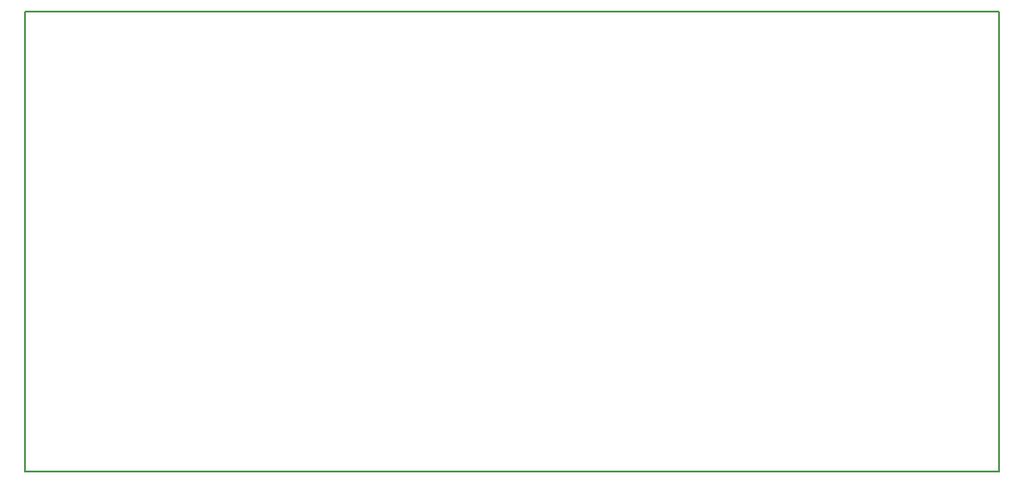
<source format=gm1>
G04 #@! TF.GenerationSoftware,KiCad,Pcbnew,(5.0.2)-1*
G04 #@! TF.CreationDate,2019-06-06T20:52:43-07:00*
G04 #@! TF.ProjectId,Complete PLL Board Rev5,436f6d70-6c65-4746-9520-504c4c20426f,rev?*
G04 #@! TF.SameCoordinates,Original*
G04 #@! TF.FileFunction,Profile,NP*
%FSLAX46Y46*%
G04 Gerber Fmt 4.6, Leading zero omitted, Abs format (unit mm)*
G04 Created by KiCad (PCBNEW (5.0.2)-1) date 6/6/2019 8:52:43 PM*
%MOMM*%
%LPD*%
G01*
G04 APERTURE LIST*
%ADD10C,0.150000*%
G04 APERTURE END LIST*
D10*
X94996000Y-78232000D02*
X94996000Y-78740000D01*
X187452000Y-78232000D02*
X94996000Y-78232000D01*
X187452000Y-78740000D02*
X187452000Y-78232000D01*
X187452000Y-121920000D02*
X187452000Y-78740000D01*
X94996000Y-121920000D02*
X187452000Y-121920000D01*
X94996000Y-78740000D02*
X94996000Y-121920000D01*
M02*

</source>
